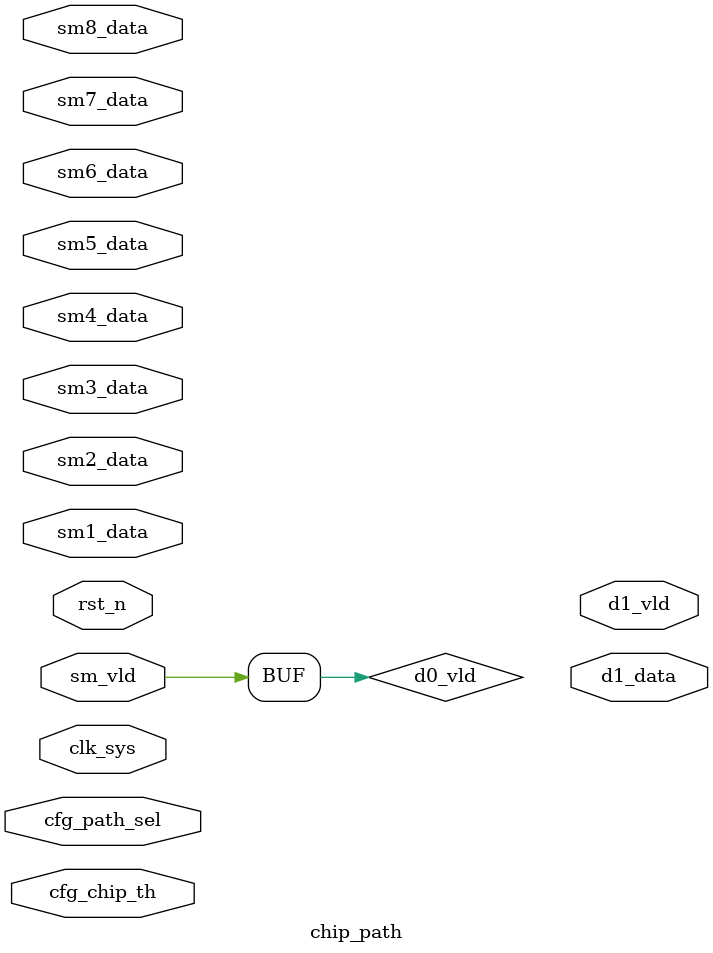
<source format=v>

module chip_path(
//data path
sm1_data,
sm2_data,
sm3_data,
sm4_data,
sm5_data,
sm6_data,
sm7_data,
sm8_data,
sm_vld,
//data output 
d1_data,
d1_vld,
//cfg
cfg_path_sel,
cfg_chip_th,
//clk rst
clk_sys,
rst_n
);
//data path input 
input [15:0]sm1_data;
input [15:0]sm2_data;
input [15:0]sm3_data;
input [15:0]sm4_data;
input [15:0]sm5_data;
input [15:0]sm6_data;
input [15:0]sm7_data;
input [15:0]sm8_data;
input				sm_vld;
//data path output
output [15:0]	d1_data;
output				d1_vld;
//cfg
input [7:0]		cfg_path_sel;
input [15:0]	cfg_chip_th;
//clk rst
input clk_sys;
input rst_n;
//--------------------------------------
//--------------------------------------

wire [15:0]	d0_data;
wire d0_vld;
assign d0_data = 	(cfg_path_sel == 7'h0) ? sm1_data :
									(cfg_path_sel == 7'h1) ? sm2_data :
									(cfg_path_sel == 7'h2) ? sm3_data :
									(cfg_path_sel == 7'h3) ? sm4_data :
									(cfg_path_sel == 7'h4) ? sm5_data :
									(cfg_path_sel == 7'h5) ? sm6_data :
									(cfg_path_sel == 7'h6) ? sm7_data :
									(cfg_path_sel == 7'h7) ? sm8_data : sm1_data;
assign d0_vld = sm_vld;


endmodule


</source>
